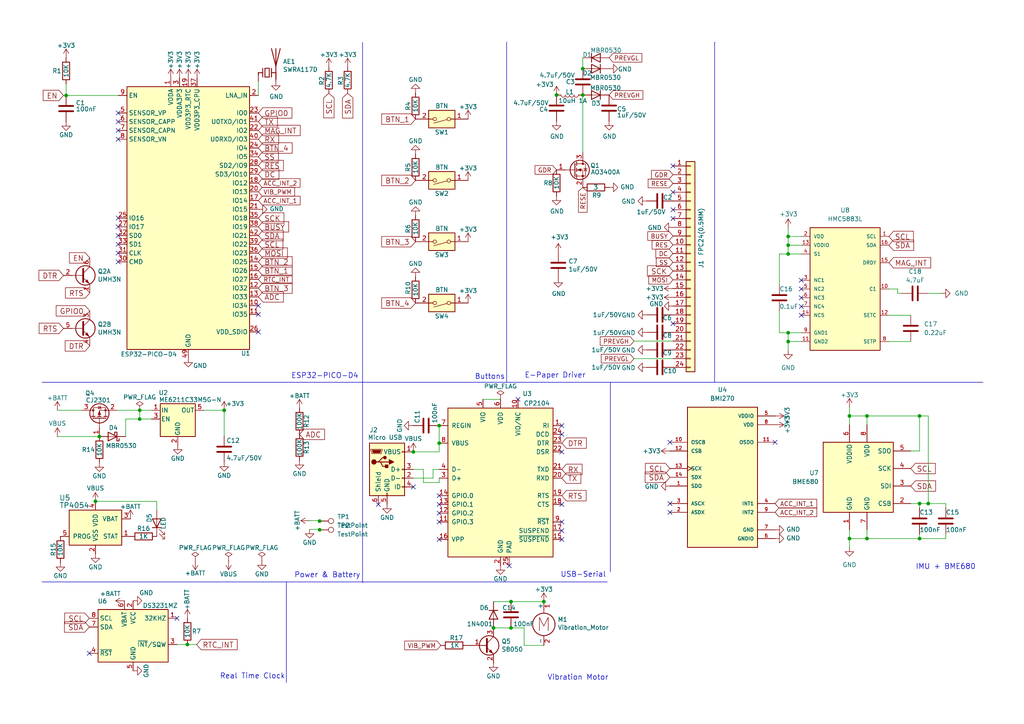
<source format=kicad_sch>
(kicad_sch (version 20220103) (generator eeschema)
  (paper "A4")
  (title_block (title "Watchy") (rev "1.5"))
  (junction (at 148.209 182.118))
  (junction (at 92.71 153.67))
  (junction (at 40.513 118.999))
  (junction (at 169.037 19.939))
  (junction (at 228.6 71.12))
  (junction (at 27.686 145.415))
  (junction (at 119.888 131.064))
  (junction (at 19.177 27.686))
  (junction (at 269.24 146.05))
  (junction (at 143.129 182.118))
  (junction (at 157.734 174.498))
  (junction (at 40.513 121.539))
  (junction (at 228.6 99.06))
  (junction (at 127.381 123.444))
  (junction (at 161.417 27.559))
  (junction (at 246.38 156.21))
  (junction (at 251.46 120.65))
  (junction (at 54.356 186.944))
  (junction (at 266.7 156.21))
  (junction (at 65.024 118.999))
  (junction (at 127.381 128.524))
  (junction (at 251.46 156.21))
  (junction (at 266.7 146.05))
  (junction (at 92.71 151.13))
  (junction (at 148.209 174.498))
  (junction (at 228.6 96.52))
  (junction (at 228.6 73.66))
  (junction (at 266.7 120.65))
  (junction (at 169.037 27.559))
  (junction (at 228.6 68.58))
  (junction (at 246.38 120.65))
  (junction (at 28.829 126.619))
  (no_connect (at 162.941 131.064))
  (no_connect (at 109.728 146.304))
  (no_connect (at 162.941 125.984))
  (no_connect (at 127.381 151.384))
  (no_connect (at 195.199 63.373))
  (no_connect (at 74.93 91.186))
  (no_connect (at 34.29 37.846))
  (no_connect (at 25.908 189.484))
  (no_connect (at 195.199 55.753))
  (no_connect (at 162.941 146.304))
  (no_connect (at 150.241 115.824))
  (no_connect (at 162.941 151.384))
  (no_connect (at 34.29 75.946))
  (no_connect (at 127.381 146.304))
  (no_connect (at 127.381 156.464))
  (no_connect (at 162.941 153.924))
  (no_connect (at 34.29 63.246))
  (no_connect (at 147.701 164.084))
  (no_connect (at 51.308 179.324))
  (no_connect (at 74.93 96.266))
  (no_connect (at 34.29 40.386))
  (no_connect (at 34.29 35.306))
  (no_connect (at 127.381 143.764))
  (no_connect (at 34.29 32.766))
  (no_connect (at 34.29 73.406))
  (no_connect (at 127.381 148.844))
  (no_connect (at 34.29 68.326))
  (no_connect (at 162.941 156.464))
  (no_connect (at 74.93 88.646))
  (no_connect (at 195.199 60.833))
  (no_connect (at 224.79 128.27))
  (no_connect (at 194.31 128.27))
  (no_connect (at 194.31 146.05))
  (no_connect (at 194.31 148.59))
  (no_connect (at 195.199 93.853))
  (no_connect (at 195.199 48.133))
  (no_connect (at 119.888 141.224))
  (no_connect (at 34.29 65.786))
  (no_connect (at 34.29 70.866))
  (no_connect (at 232.41 81.28))
  (no_connect (at 232.41 83.82))
  (no_connect (at 232.41 86.36))
  (no_connect (at 232.41 88.9))
  (no_connect (at 232.41 91.44))
  (no_connect (at 162.941 123.444))
  (wire (pts (xy 266.7 146.05) (xy 266.7 147.32)))
  (wire (pts (xy 40.513 118.999) (xy 43.942 118.999)))
  (wire (pts (xy 74.93 27.686) (xy 74.93 23.622)))
  (wire (pts (xy 251.46 153.67) (xy 251.46 156.21)))
  (wire (pts (xy 251.46 156.21) (xy 246.38 156.21)))
  (wire (pts (xy 251.46 120.65) (xy 246.38 120.65)))
  (wire (pts (xy 251.46 123.19) (xy 251.46 120.65)))
  (wire (pts (xy 228.6 71.12) (xy 228.6 68.58)))
  (wire (pts (xy 232.41 71.12) (xy 228.6 71.12)))
  (wire (pts (xy 122.809 139.954) (xy 127.381 139.954)))
  (wire (pts (xy 228.6 99.06) (xy 228.6 101.6)))
  (wire (pts (xy 232.41 99.06) (xy 228.6 99.06)))
  (wire (pts (xy 40.513 118.999) (xy 40.513 121.539)))
  (wire (pts (xy 269.24 85.09) (xy 273.05 85.09)))
  (wire (pts (xy 127.381 131.064) (xy 119.888 131.064)))
  (wire (pts (xy 228.6 73.66) (xy 228.6 71.12)))
  (wire (pts (xy 232.41 73.66) (xy 228.6 73.66)))
  (wire (pts (xy 33.909 118.999) (xy 40.513 118.999)))
  (wire (pts (xy 51.308 186.944) (xy 54.356 186.944)))
  (wire (pts (xy 65.024 118.999) (xy 65.024 126.492)))
  (wire (pts (xy 36.449 121.539) (xy 40.513 121.539)))
  (wire (pts (xy 266.7 154.94) (xy 266.7 156.21)))
  (wire (pts (xy 266.7 156.21) (xy 251.46 156.21)))
  (wire (pts (xy 59.182 118.999) (xy 65.024 118.999)))
  (wire (pts (xy 228.6 66.04) (xy 228.6 68.58)))
  (wire (pts (xy 228.6 68.58) (xy 232.41 68.58)))
  (wire (pts (xy 148.209 182.118) (xy 143.129 182.118)))
  (wire (pts (xy 27.686 145.415) (xy 45.466 145.415)))
  (wire (pts (xy 119.888 138.684) (xy 125.603 138.684)))
  (wire (pts (xy 119.888 136.144) (xy 122.809 136.144)))
  (wire (pts (xy 228.6 96.52) (xy 228.6 99.06)))
  (wire (pts (xy 232.41 96.52) (xy 228.6 96.52)))
  (wire (pts (xy 16.637 118.999) (xy 23.749 118.999)))
  (wire (pts (xy 257.81 91.44) (xy 264.16 91.44)))
  (wire (pts (xy 140.081 115.824) (xy 145.161 115.824)))
  (wire (pts (xy 257.81 99.06) (xy 264.16 99.06)))
  (wire (pts (xy 36.449 126.619) (xy 36.449 121.539)))
  (wire (pts (xy 246.38 153.67) (xy 246.38 156.21)))
  (wire (pts (xy 246.38 156.21) (xy 246.38 158.75)))
  (wire (pts (xy 148.209 174.498) (xy 157.734 174.498)))
  (wire (pts (xy 266.7 156.21) (xy 274.32 156.21)))
  (wire (pts (xy 274.32 154.94) (xy 274.32 156.21)))
  (wire (pts (xy 169.037 27.559) (xy 169.037 44.196)))
  (wire (pts (xy 148.209 182.118) (xy 152.019 182.118)))
  (polyline (pts (xy 207.264 12.319) (xy 207.391 12.319)))
  (polyline (pts (xy 207.264 110.871) (xy 207.264 12.319)))
  (wire (pts (xy 19.177 24.384) (xy 19.177 27.686)))
  (wire (pts (xy 19.177 27.686) (xy 34.29 27.686)))
  (wire (pts (xy 246.38 118.11) (xy 246.38 120.65)))
  (wire (pts (xy 246.38 120.65) (xy 246.38 123.19)))
  (wire (pts (xy 143.129 174.498) (xy 148.209 174.498)))
  (wire (pts (xy 226.06 90.17) (xy 226.06 96.52)))
  (wire (pts (xy 226.06 96.52) (xy 228.6 96.52)))
  (wire (pts (xy 40.513 121.539) (xy 43.942 121.539)))
  (wire (pts (xy 18.415 27.686) (xy 19.177 27.686)))
  (wire (pts (xy 127.381 123.444) (xy 127.381 128.524)))
  (polyline (pts (xy 177.038 165.862) (xy 177.038 110.871)))
  (wire (pts (xy 264.16 146.05) (xy 266.7 146.05)))
  (wire (pts (xy 266.7 146.05) (xy 269.24 146.05)))
  (wire (pts (xy 269.24 120.65) (xy 266.7 120.65)))
  (wire (pts (xy 269.24 146.05) (xy 269.24 120.65)))
  (wire (pts (xy 269.24 146.05) (xy 274.32 146.05)))
  (wire (pts (xy 274.32 147.32) (xy 274.32 146.05)))
  (wire (pts (xy 28.829 126.619) (xy 16.637 126.619)))
  (wire (pts (xy 45.466 145.415) (xy 45.466 147.955)))
  (wire (pts (xy 89.789 153.543) (xy 92.71 153.543)))
  (wire (pts (xy 92.71 153.543) (xy 92.71 153.67)))
  (wire (pts (xy 152.019 182.118) (xy 152.019 187.198)))
  (wire (pts (xy 125.603 138.684) (xy 125.603 136.144)))
  (wire (pts (xy 169.037 19.939) (xy 169.037 16.764)))
  (wire (pts (xy 257.81 83.82) (xy 260.35 83.82)))
  (wire (pts (xy 260.35 85.09) (xy 260.35 83.82)))
  (wire (pts (xy 261.62 85.09) (xy 260.35 85.09)))
  (polyline (pts (xy 83.058 168.783) (xy 83.058 197.993)))
  (wire (pts (xy 125.603 136.144) (xy 127.381 136.144)))
  (wire (pts (xy 152.019 187.198) (xy 157.734 187.198)))
  (wire (pts (xy 89.789 151.003) (xy 92.71 151.003)))
  (wire (pts (xy 92.71 151.003) (xy 92.71 151.13)))
  (polyline (pts (xy 105.156 12.319) (xy 105.156 169.037)))
  (polyline (pts (xy 146.939 12.192) (xy 146.939 110.871)))
  (wire (pts (xy 226.06 73.66) (xy 228.6 73.66)))
  (wire (pts (xy 226.06 82.55) (xy 226.06 73.66)))
  (wire (pts (xy 54.356 186.944) (xy 57.023 186.944)))
  (wire (pts (xy 195.199 104.013) (xy 183.896 104.013)))
  (polyline (pts (xy 12.192 110.871) (xy 285.115 110.871)))
  (wire (pts (xy 195.199 98.933) (xy 183.896 98.933)))
  (polyline (pts (xy 12.192 168.783) (xy 176.149 168.783)))
  (wire (pts (xy 264.16 130.81) (xy 266.7 130.81)))
  (wire (pts (xy 266.7 120.65) (xy 251.46 120.65)))
  (wire (pts (xy 266.7 130.81) (xy 266.7 120.65)))
  (wire (pts (xy 127.381 128.524) (xy 127.381 131.064)))
  (wire (pts (xy 127.381 139.954) (xy 127.381 138.684)))
  (wire (pts (xy 122.809 136.144) (xy 122.809 139.954)))
  (text "Buttons" (at 137.668 110.236 0) (effects (font (size 1.524 1.524)) (justify left bottom)))
  (text "Vibration Motor" (at 158.75 197.485 0) (effects (font (size 1.524 1.524)) (justify left bottom)))
  (text "ESP32-PICO-D4" (at 84.455 109.982 0) (effects (font (size 1.524 1.524)) (justify left bottom)))
  (text "IMU + BME680" (at 265.557 165.354 0) (effects (font (size 1.524 1.524)) (justify left bottom)))
  (text "USB-Serial" (at 162.56 167.64 0) (effects (font (size 1.524 1.524)) (justify left bottom)))
  (text "Power & Battery" (at 85.344 167.767 0) (effects (font (size 1.524 1.524)) (justify left bottom)))
  (text "Real Time Clock" (at 63.754 197.104 0) (effects (font (size 1.524 1.524)) (justify left bottom)))
  (text "E-Paper Driver" (at 152.146 109.855 0) (effects (font (size 1.524 1.524)) (justify left bottom)))
  (global_label "SDA" (shape input) (at 74.93 68.326 0) (effects (font (size 1.524 1.524))) (property "Intersheet References" "${INTERSHEET_REFS}" (effects hide)))
  (global_label "BTN_1" (shape input) (at 120.523 34.544 180) (effects (font (size 1.524 1.524))) (property "Intersheet References" "${INTERSHEET_REFS}" (effects hide)))
  (global_label "GDR" (shape input) (at 161.417 49.276 180) (property "Intersheet References" "${INTERSHEET_REFS}" (effects hide)))
  (global_label "GPIO0" (shape input) (at 74.93 32.766 0) (effects (font (size 1.524 1.524))) (property "Intersheet References" "${INTERSHEET_REFS}" (effects hide)))
  (global_label "RTS" (shape input) (at 18.415 95.25 180) (effects (font (size 1.524 1.524))) (property "Intersheet References" "${INTERSHEET_REFS}" (effects hide)))
  (global_label "BTN_4" (shape input) (at 120.523 87.884 180) (effects (font (size 1.524 1.524))) (property "Intersheet References" "${INTERSHEET_REFS}" (effects hide)))
  (global_label "SDA" (shape input) (at 25.908 181.864 180) (effects (font (size 1.524 1.524))) (property "Intersheet References" "${INTERSHEET_REFS}" (effects hide)))
  (global_label "ACC_INT_1" (shape input) (at 74.93 58.166 0) (property "Intersheet References" "${INTERSHEET_REFS}" (effects hide)))
  (global_label "ACC_INT_2" (shape input) (at 224.79 148.59 0) (property "Intersheet References" "${INTERSHEET_REFS}" (effects hide)))
  (global_label "MAG_INT" (shape input) (at 257.81 76.2 0) (effects (font (size 1.524 1.524))) (property "Intersheet References" "${INTERSHEET_REFS}" (effects hide)))
  (global_label "SS" (shape input) (at 195.199 76.073 180) (property "Intersheet References" "${INTERSHEET_REFS}" (effects hide)))
  (global_label "SDA" (shape input) (at 100.838 27.051 270) (effects (font (size 1.524 1.524))) (property "Intersheet References" "${INTERSHEET_REFS}" (effects hide)))
  (global_label "MAG_INT" (shape input) (at 74.93 37.846 0) (effects (font (size 1.524 1.524))) (property "Intersheet References" "${INTERSHEET_REFS}" (effects hide)))
  (global_label "SDA" (shape input) (at 194.31 138.43 180) (effects (font (size 1.524 1.524))) (property "Intersheet References" "${INTERSHEET_REFS}" (effects hide)))
  (global_label "RESE" (shape input) (at 195.199 53.213 180) (property "Intersheet References" "${INTERSHEET_REFS}" (effects hide)))
  (global_label "VIB_PWM" (shape input) (at 127.889 187.198 180) (property "Intersheet References" "${INTERSHEET_REFS}" (effects hide)))
  (global_label "EN" (shape input) (at 26.035 74.803 180) (effects (font (size 1.524 1.524))) (property "Intersheet References" "${INTERSHEET_REFS}" (effects hide)))
  (global_label "BUSY" (shape input) (at 74.93 65.786 0) (effects (font (size 1.524 1.524))) (property "Intersheet References" "${INTERSHEET_REFS}" (effects hide)))
  (global_label "SCL" (shape input) (at 264.16 135.89 0) (effects (font (size 1.524 1.524))) (property "Intersheet References" "${INTERSHEET_REFS}" (effects hide)))
  (global_label "DC" (shape input) (at 74.93 50.546 0) (effects (font (size 1.524 1.524))) (property "Intersheet References" "${INTERSHEET_REFS}" (effects hide)))
  (global_label "ACC_INT_1" (shape input) (at 224.79 146.05 0) (property "Intersheet References" "${INTERSHEET_REFS}" (effects hide)))
  (global_label "BTN_3" (shape input) (at 120.523 70.104 180) (effects (font (size 1.524 1.524))) (property "Intersheet References" "${INTERSHEET_REFS}" (effects hide)))
  (global_label "ACC_INT_2" (shape input) (at 74.93 53.086 0) (property "Intersheet References" "${INTERSHEET_REFS}" (effects hide)))
  (global_label "DC" (shape input) (at 195.199 73.533 180) (property "Intersheet References" "${INTERSHEET_REFS}" (effects hide)))
  (global_label "TX" (shape input) (at 74.93 35.306 0) (effects (font (size 1.524 1.524))) (property "Intersheet References" "${INTERSHEET_REFS}" (effects hide)))
  (global_label "BUSY" (shape input) (at 195.199 68.453 180) (property "Intersheet References" "${INTERSHEET_REFS}" (effects hide)))
  (global_label "BTN_2" (shape input) (at 74.93 75.946 0) (effects (font (size 1.524 1.524))) (property "Intersheet References" "${INTERSHEET_REFS}" (effects hide)))
  (global_label "SDA" (shape input) (at 257.81 71.12 0) (effects (font (size 1.524 1.524))) (property "Intersheet References" "${INTERSHEET_REFS}" (effects hide)))
  (global_label "RTC_INT" (shape input) (at 57.023 186.944 0) (effects (font (size 1.524 1.524))) (property "Intersheet References" "${INTERSHEET_REFS}" (effects hide)))
  (global_label "SCK" (shape input) (at 195.199 78.613 180) (effects (font (size 1.524 1.524))) (property "Intersheet References" "${INTERSHEET_REFS}" (effects hide)))
  (global_label "SCL" (shape input) (at 74.93 70.866 0) (effects (font (size 1.524 1.524))) (property "Intersheet References" "${INTERSHEET_REFS}" (effects hide)))
  (global_label "SDA" (shape input) (at 264.16 140.97 0) (effects (font (size 1.524 1.524))) (property "Intersheet References" "${INTERSHEET_REFS}" (effects hide)))
  (global_label "EN" (shape input) (at 18.415 27.686 180) (effects (font (size 1.524 1.524))) (property "Intersheet References" "${INTERSHEET_REFS}" (effects hide)))
  (global_label "MOSI" (shape input) (at 195.199 81.153 180) (property "Intersheet References" "${INTERSHEET_REFS}" (effects hide)))
  (global_label "GDR" (shape input) (at 195.199 50.673 180) (property "Intersheet References" "${INTERSHEET_REFS}" (effects hide)))
  (global_label "MOSI" (shape input) (at 74.93 73.406 0) (effects (font (size 1.524 1.524))) (property "Intersheet References" "${INTERSHEET_REFS}" (effects hide)))
  (global_label "PREVGL" (shape input) (at 183.896 104.013 180) (property "Intersheet References" "${INTERSHEET_REFS}" (effects hide)))
  (global_label "SCL" (shape input) (at 25.908 179.324 180) (effects (font (size 1.524 1.524))) (property "Intersheet References" "${INTERSHEET_REFS}" (effects hide)))
  (global_label "BTN_1" (shape input) (at 74.93 78.486 0) (effects (font (size 1.524 1.524))) (property "Intersheet References" "${INTERSHEET_REFS}" (effects hide)))
  (global_label "RX" (shape input) (at 74.93 40.386 0) (effects (font (size 1.524 1.524))) (property "Intersheet References" "${INTERSHEET_REFS}" (effects hide)))
  (global_label "RTS" (shape input) (at 162.941 143.764 0) (effects (font (size 1.524 1.524))) (property "Intersheet References" "${INTERSHEET_REFS}" (effects hide)))
  (global_label "BTN_3" (shape input) (at 74.93 83.566 0) (effects (font (size 1.524 1.524))) (property "Intersheet References" "${INTERSHEET_REFS}" (effects hide)))
  (global_label "SS" (shape input) (at 74.93 45.466 0) (effects (font (size 1.524 1.524))) (property "Intersheet References" "${INTERSHEET_REFS}" (effects hide)))
  (global_label "GPIO0" (shape input) (at 26.035 90.17 180) (effects (font (size 1.524 1.524))) (property "Intersheet References" "${INTERSHEET_REFS}" (effects hide)))
  (global_label "BTN_4" (shape input) (at 74.93 42.926 0) (effects (font (size 1.524 1.524))) (property "Intersheet References" "${INTERSHEET_REFS}" (effects hide)))
  (global_label "ADC" (shape input) (at 86.868 125.984 0) (effects (font (size 1.524 1.524))) (property "Intersheet References" "${INTERSHEET_REFS}" (effects hide)))
  (global_label "DTR" (shape input) (at 162.941 128.524 0) (effects (font (size 1.524 1.524))) (property "Intersheet References" "${INTERSHEET_REFS}" (effects hide)))
  (global_label "ADC" (shape input) (at 74.93 86.106 0) (effects (font (size 1.524 1.524))) (property "Intersheet References" "${INTERSHEET_REFS}" (effects hide)))
  (global_label "SCL" (shape input) (at 194.31 135.89 180) (effects (font (size 1.524 1.524))) (property "Intersheet References" "${INTERSHEET_REFS}" (effects hide)))
  (global_label "PREVGH" (shape input) (at 176.657 27.559 0) (property "Intersheet References" "${INTERSHEET_REFS}" (effects hide)))
  (global_label "SCL" (shape input) (at 95.377 27.051 270) (effects (font (size 1.524 1.524))) (property "Intersheet References" "${INTERSHEET_REFS}" (effects hide)))
  (global_label "SCL" (shape input) (at 257.81 68.58 0) (effects (font (size 1.524 1.524))) (property "Intersheet References" "${INTERSHEET_REFS}" (effects hide)))
  (global_label "TX" (shape input) (at 162.941 138.684 0) (effects (font (size 1.524 1.524))) (property "Intersheet References" "${INTERSHEET_REFS}" (effects hide)))
  (global_label "VIB_PWM" (shape input) (at 74.93 55.626 0) (property "Intersheet References" "${INTERSHEET_REFS}" (effects hide)))
  (global_label "RTS" (shape input) (at 26.035 84.963 180) (effects (font (size 1.524 1.524))) (property "Intersheet References" "${INTERSHEET_REFS}" (effects hide)))
  (global_label "RES" (shape input) (at 195.199 70.993 180) (property "Intersheet References" "${INTERSHEET_REFS}" (effects hide)))
  (global_label "DTR" (shape input) (at 18.415 79.883 180) (effects (font (size 1.524 1.524))) (property "Intersheet References" "${INTERSHEET_REFS}" (effects hide)))
  (global_label "BTN_2" (shape input) (at 120.523 52.324 180) (effects (font (size 1.524 1.524))) (property "Intersheet References" "${INTERSHEET_REFS}" (effects hide)))
  (global_label "DTR" (shape input) (at 26.035 100.33 180) (effects (font (size 1.524 1.524))) (property "Intersheet References" "${INTERSHEET_REFS}" (effects hide)))
  (global_label "RX" (shape input) (at 162.941 136.144 0) (effects (font (size 1.524 1.524))) (property "Intersheet References" "${INTERSHEET_REFS}" (effects hide)))
  (global_label "RTC_INT" (shape input) (at 74.93 81.026 0) (property "Intersheet References" "${INTERSHEET_REFS}" (effects hide)))
  (global_label "RES" (shape input) (at 74.93 48.006 0) (effects (font (size 1.524 1.524))) (property "Intersheet References" "${INTERSHEET_REFS}" (effects hide)))
  (global_label "PREVGH" (shape input) (at 183.896 98.933 180) (property "Intersheet References" "${INTERSHEET_REFS}" (effects hide)))
  (global_label "SCK" (shape input) (at 74.93 63.246 0) (effects (font (size 1.524 1.524))) (property "Intersheet References" "${INTERSHEET_REFS}" (effects hide)))
  (global_label "RESE" (shape input) (at 169.037 54.356 270) (property "Intersheet References" "${INTERSHEET_REFS}" (effects hide)))
  (global_label "PREVGL" (shape input) (at 176.657 16.764 0) (property "Intersheet References" "${INTERSHEET_REFS}" (effects hide)))
  (symbol (lib_id "power:GND") (at 54.61 103.886 0) (unit 1)
    (property "Reference" "#PWR036" (effects hide))
    (property "Value" "GND" (at 58.039 106.045 0))
  )
  (symbol (lib_id "power:+3V3") (at 19.177 16.764 0) (unit 1)
    (property "Reference" "#PWR01" (effects hide))
    (property "Value" "+3V3" (at 19.177 13.208 0))
  )
  (symbol (lib_id "Device:R") (at 19.177 20.574 0) (unit 1)
    (property "Reference" "R1" (at 16.51 20.574 0))
    (property "Value" "10K" (at 19.177 20.574 90))
    (property "Footprint" "Resistors_SMD:R_0402" (effects hide))
  )
  (symbol (lib_id "Device:C") (at 19.177 31.496 0) (unit 1)
    (property "Reference" "C1" (at 21.971 29.845 0) (effects (justify left)))
    (property "Value" "100nF" (at 21.971 31.623 0) (effects (justify left)))
    (property "Footprint" "Capacitor_SMD:C_0603_1608Metric" (effects hide))
  )
  (symbol (lib_id "power:GND") (at 19.177 35.306 0) (unit 1)
    (property "Reference" "#PWR011" (effects hide))
    (property "Value" "GND" (at 19.177 39.116 0))
  )
  (symbol (lib_id "Device:R") (at 86.868 122.174 0) (unit 1)
    (property "Reference" "R12" (at 88.9 122.174 90))
    (property "Value" "100K" (at 86.868 122.174 90))
    (property "Footprint" "Resistors_SMD:R_0402" (effects hide))
  )
  (symbol (lib_id "Device:R") (at 86.868 129.794 0) (unit 1)
    (property "Reference" "R13" (at 88.9 129.794 90))
    (property "Value" "100K" (at 86.868 129.794 90))
    (property "Footprint" "Resistors_SMD:R_0402" (effects hide))
  )
  (symbol (lib_id "power:GND") (at 86.868 133.604 0) (unit 1)
    (property "Reference" "#PWR046" (effects hide))
    (property "Value" "GND" (at 86.868 137.414 0))
  )
  (symbol (lib_id "power:+BATT") (at 86.868 118.364 0) (unit 1)
    (property "Reference" "#PWR037" (effects hide))
    (property "Value" "+BATT" (at 86.868 114.808 0))
  )
  (symbol (lib_id "Regulator_Linear:TLV70033_SOT23-5") (at 51.562 121.539 0) (unit 1)
    (property "Reference" "U2" (at 47.371 113.919 0))
    (property "Value" "ME6211C33M5G-N" (at 46.101 115.951 0) (effects (justify left)))
    (property "Footprint" "TO_SOT_Packages_SMD:SOT-23-5" (effects hide))
  )
  (symbol (lib_id "power:+BATT") (at 16.637 118.999 0) (unit 1)
    (property "Reference" "#PWR038" (effects hide))
    (property "Value" "+BATT" (at 16.637 115.443 0))
  )
  (symbol (lib_id "Transistor_FET:BSS83P") (at 28.829 121.539 90) (unit 1)
    (property "Reference" "Q4" (at 27.432 114.046 90) (effects (justify left)))
    (property "Value" "CJ2301" (at 32.131 116.078 90) (effects (justify left)))
    (property "Footprint" "TO_SOT_Packages_SMD:SOT-23" (effects hide))
  )
  (symbol (lib_id "power:VBUS") (at 16.637 126.619 0) (unit 1)
    (property "Reference" "#PWR043" (effects hide))
    (property "Value" "VBUS" (at 16.637 122.809 0))
  )
  (symbol (lib_id "Device:R") (at 28.829 130.429 0) (unit 1)
    (property "Reference" "R14" (at 25.654 130.429 0))
    (property "Value" "10K" (at 28.829 130.429 90))
    (property "Footprint" "Resistors_SMD:R_0402" (effects hide))
  )
  (symbol (lib_id "power:GND") (at 28.829 134.239 0) (unit 1)
    (property "Reference" "#PWR048" (effects hide))
    (property "Value" "GND" (at 28.829 138.049 0))
  )
  (symbol (lib_id "Device:D_Schottky") (at 32.639 126.619 180) (unit 1)
    (property "Reference" "D4" (at 32.893 124.079 0))
    (property "Value" "MBR0530" (at 35.179 129.286 0))
    (property "Footprint" "Diodes_SMD:D_SOD-123" (effects hide))
  )
  (symbol (lib_id "Device:C") (at 65.024 130.302 0) (unit 1)
    (property "Reference" "C12" (at 65.659 127.762 0) (effects (justify left)))
    (property "Value" "4.7uF/50V" (at 65.659 132.842 0) (effects (justify left)))
    (property "Footprint" "Capacitors_SMD:C_0805" (effects hide))
  )
  (symbol (lib_id "power:GND") (at 51.562 129.159 0) (unit 1)
    (property "Reference" "#PWR044" (effects hide))
    (property "Value" "GND" (at 51.562 132.969 0))
  )
  (symbol (lib_id "power:+3V3") (at 65.024 118.999 0) (unit 1)
    (property "Reference" "#PWR039" (effects hide))
    (property "Value" "+3V3" (at 68.199 117.094 0))
  )
  (symbol (lib_id "power:GND") (at 65.024 134.112 0) (unit 1)
    (property "Reference" "#PWR047" (effects hide))
    (property "Value" "GND" (at 65.024 137.922 0))
  )
  (symbol (lib_id "Battery_Management:MCP73831-2-OT") (at 27.686 153.035 0) (unit 1)
    (property "Reference" "U5" (at 18.796 144.399 0) (effects (font (size 1.524 1.524))))
    (property "Value" "TP4054" (at 21.59 146.558 0) (effects (font (size 1.524 1.524))))
    (property "Footprint" "TO_SOT_Packages_SMD:SOT-23-5" (effects hide))
  )
  (symbol (lib_id "power:VBUS") (at 27.686 145.415 0) (unit 1)
    (property "Reference" "#PWR052" (effects hide))
    (property "Value" "VBUS" (at 27.686 141.605 0))
  )
  (symbol (lib_id "Device:R") (at 41.656 155.575 270) (unit 1)
    (property "Reference" "R16" (at 41.656 153.289 90))
    (property "Value" "1K" (at 41.656 155.575 90))
    (property "Footprint" "Resistors_SMD:R_0402" (effects hide))
  )
  (symbol (lib_id "Device:LED") (at 45.466 151.765 90) (unit 1)
    (property "Reference" "D5" (at 43.307 150.241 0))
    (property "Value" "LED" (at 47.371 151.765 0))
    (property "Footprint" "LEDs:LED_0603" (effects hide))
  )
  (symbol (lib_id "power:GND") (at 27.686 160.655 0) (unit 1)
    (property "Reference" "#PWR057" (effects hide))
    (property "Value" "GND" (at 27.686 164.465 0))
  )
  (symbol (lib_id "Device:R") (at 17.526 159.385 180) (unit 1)
    (property "Reference" "R15" (at 15.494 159.385 90))
    (property "Value" "10K" (at 17.526 159.385 90))
    (property "Footprint" "Resistors_SMD:R_0402" (effects hide))
  )
  (symbol (lib_id "power:GND") (at 17.526 163.195 0) (unit 1)
    (property "Reference" "#PWR055" (effects hide))
    (property "Value" "GND" (at 17.526 167.005 0))
  )
  (symbol (lib_id "power:+BATT") (at 37.846 150.495 0) (unit 1)
    (property "Reference" "#PWR053" (effects hide))
    (property "Value" "+BATT" (at 37.846 146.939 0))
  )
  (symbol (lib_id "power:+BATT") (at 89.789 151.003 90) (unit 1)
    (property "Reference" "#PWR054" (effects hide))
    (property "Value" "+BATT" (at 86.233 151.003 0))
  )
  (symbol (lib_id "power:GND") (at 89.789 153.543 0) (unit 1)
    (property "Reference" "#PWR056" (effects hide))
    (property "Value" "GND" (at 89.789 157.353 0))
  )
  (symbol (lib_id "Connector:USB_OTG") (at 112.268 136.144 0) (unit 1)
    (property "Reference" "J2" (at 107.188 124.714 0) (effects (justify left)))
    (property "Value" "Micro USB" (at 106.68 126.873 0) (effects (justify left)))
    (property "Footprint" "Watchy:USB_Micro-B" (effects hide))
  )
  (symbol (lib_id "power:VBUS") (at 119.888 131.064 0) (unit 1)
    (property "Reference" "#PWR045" (effects hide))
    (property "Value" "VBUS" (at 119.888 127.254 0))
  )
  (symbol (lib_id "power:GND") (at 112.268 146.304 0) (unit 1)
    (property "Reference" "#PWR050" (effects hide))
    (property "Value" "GND" (at 112.268 150.114 0))
  )
  (symbol (lib_id "Watchy-cache:Interface_USB_CP2104") (at 145.161 138.684 0) (unit 1)
    (property "Reference" "U3" (at 154.305 114.173 0) (effects (justify right)))
    (property "Value" "CP2104" (at 159.512 116.967 0) (effects (justify right)))
    (property "Footprint" "Package_DFN_QFN:QFN-24-1EP_4x4mm_P0.5mm_EP2.6x2.6mm" (effects hide))
  )
  (symbol (lib_id "Device:C") (at 123.571 123.444 90) (unit 1)
    (property "Reference" "C11" (at 121.031 122.809 0) (effects (justify left)))
    (property "Value" "100nF" (at 126.111 122.809 0) (effects (justify left)))
    (property "Footprint" "Capacitor_SMD:C_0603_1608Metric" (effects hide))
  )
  (symbol (lib_id "power:GND") (at 119.761 123.444 270) (unit 1)
    (property "Reference" "#PWR042" (effects hide))
    (property "Value" "GND" (at 115.951 123.444 0))
  )
  (symbol (lib_id "power:GND") (at 145.161 164.084 0) (unit 1)
    (property "Reference" "#PWR060" (effects hide))
    (property "Value" "GND" (at 145.161 167.894 0))
  )
  (symbol (lib_id "power:GND") (at 38.608 194.564 90) (unit 1)
    (property "Reference" "#PWR064" (effects hide))
    (property "Value" "GND" (at 42.418 194.564 0))
  )
  (symbol (lib_id "Switch:SW_DIP_x01") (at 128.143 34.544 180) (unit 1)
    (property "Reference" "SW1" (at 128.143 38.354 0))
    (property "Value" "BTN" (at 128.143 30.734 0))
    (property "Footprint" "Watchy:K2-1114SA-A4SW-06" (effects hide))
  )
  (symbol (lib_id "power:GND") (at 120.523 26.924 180) (unit 1)
    (property "Reference" "#PWR09" (effects hide))
    (property "Value" "GND" (at 120.523 23.114 0))
  )
  (symbol (lib_id "power:PWR_FLAG") (at 145.161 115.824 0) (unit 1)
    (property "Reference" "#FLG01" (effects hide))
    (property "Value" "PWR_FLAG" (at 145.161 112.014 0))
  )
  (symbol (lib_id "power:PWR_FLAG") (at 40.513 118.999 0) (unit 1)
    (property "Reference" "#FLG02" (effects hide))
    (property "Value" "PWR_FLAG" (at 40.513 115.189 0))
  )
  (symbol (lib_id "power:+BATT") (at 36.068 174.244 90) (unit 1)
    (property "Reference" "#PWR061" (effects hide))
    (property "Value" "+BATT" (at 32.004 172.212 90))
  )
  (symbol (lib_id "Device:R") (at 120.523 30.734 0) (unit 1)
    (property "Reference" "R4" (at 118.364 32.131 90) (effects (justify left)))
    (property "Value" "10K" (at 120.523 32.639 90) (effects (justify left)))
    (property "Footprint" "Resistors_SMD:R_0402" (effects hide))
  )
  (symbol (lib_id "power:+3V3") (at 135.763 34.544 0) (unit 1)
    (property "Reference" "#PWR010" (effects hide))
    (property "Value" "+3V3" (at 135.763 30.988 0))
  )
  (symbol (lib_id "Switch:SW_DIP_x01") (at 128.143 52.324 180) (unit 1)
    (property "Reference" "SW2" (at 128.143 56.134 0))
    (property "Value" "BTN" (at 128.143 48.514 0))
    (property "Footprint" "Watchy:K2-1114SA-A4SW-06" (effects hide))
  )
  (symbol (lib_id "power:GND") (at 120.523 44.704 180) (unit 1)
    (property "Reference" "#PWR015" (effects hide))
    (property "Value" "GND" (at 120.523 40.894 0))
  )
  (symbol (lib_id "Device:R") (at 120.523 48.514 0) (unit 1)
    (property "Reference" "R5" (at 118.364 49.911 90) (effects (justify left)))
    (property "Value" "10K" (at 120.523 50.419 90) (effects (justify left)))
    (property "Footprint" "Resistors_SMD:R_0402" (effects hide))
  )
  (symbol (lib_id "power:+3V3") (at 135.763 52.324 0) (unit 1)
    (property "Reference" "#PWR017" (effects hide))
    (property "Value" "+3V3" (at 135.763 48.768 0))
  )
  (symbol (lib_id "Switch:SW_DIP_x01") (at 128.143 70.104 180) (unit 1)
    (property "Reference" "SW3" (at 128.143 73.914 0))
    (property "Value" "BTN" (at 128.143 66.294 0))
    (property "Footprint" "Watchy:K2-1114SA-A4SW-06" (effects hide))
  )
  (symbol (lib_id "power:GND") (at 120.523 62.484 180) (unit 1)
    (property "Reference" "#PWR022" (effects hide))
    (property "Value" "GND" (at 120.523 58.674 0))
  )
  (symbol (lib_id "Device:R") (at 120.523 66.294 0) (unit 1)
    (property "Reference" "R6" (at 118.364 67.691 90) (effects (justify left)))
    (property "Value" "10K" (at 120.523 68.199 90) (effects (justify left)))
    (property "Footprint" "Resistors_SMD:R_0402" (effects hide))
  )
  (symbol (lib_id "power:+3V3") (at 135.763 70.104 0) (unit 1)
    (property "Reference" "#PWR027" (effects hide))
    (property "Value" "+3V3" (at 135.763 66.548 0))
  )
  (symbol (lib_id "Switch:SW_DIP_x01") (at 128.143 87.884 180) (unit 1)
    (property "Reference" "SW4" (at 128.143 91.694 0))
    (property "Value" "BTN" (at 128.143 84.074 0))
    (property "Footprint" "Watchy:K2-1114SA-A4SW-06" (effects hide))
  )
  (symbol (lib_id "power:GND") (at 120.523 80.264 180) (unit 1)
    (property "Reference" "#PWR033" (effects hide))
    (property "Value" "GND" (at 120.523 76.454 0))
  )
  (symbol (lib_id "Device:R") (at 120.523 84.074 0) (unit 1)
    (property "Reference" "R10" (at 118.364 85.471 90) (effects (justify left)))
    (property "Value" "10K" (at 120.523 85.979 90) (effects (justify left)))
    (property "Footprint" "Resistors_SMD:R_0402" (effects hide))
  )
  (symbol (lib_id "power:+3V3") (at 135.763 87.884 0) (unit 1)
    (property "Reference" "#PWR035" (effects hide))
    (property "Value" "+3V3" (at 135.763 84.328 0))
  )
  (symbol (lib_id "Device:R") (at 95.377 23.241 0) (unit 1)
    (property "Reference" "R2" (at 93.345 24.765 90) (effects (justify left)))
    (property "Value" "4.7K" (at 95.377 25.527 90) (effects (justify left)))
    (property "Footprint" "Resistors_SMD:R_0402" (effects hide))
  )
  (symbol (lib_id "power:+3V3") (at 95.377 19.431 0) (unit 1)
    (property "Reference" "#PWR02" (effects hide))
    (property "Value" "+3V3" (at 95.377 15.875 0))
  )
  (symbol (lib_id "Device:R") (at 100.838 23.241 0) (unit 1)
    (property "Reference" "R3" (at 98.806 24.765 90) (effects (justify left)))
    (property "Value" "4.7K" (at 100.838 25.527 90) (effects (justify left)))
    (property "Footprint" "Resistors_SMD:R_0402" (effects hide))
  )
  (symbol (lib_id "power:+3V3") (at 100.838 19.431 0) (unit 1)
    (property "Reference" "#PWR03" (effects hide))
    (property "Value" "+3V3" (at 100.838 15.875 0))
  )
  (symbol (lib_id "power:+3V3") (at 52.07 22.606 0) (unit 1)
    (property "Reference" "#PWR05" (effects hide))
    (property "Value" "+3V3" (at 52.07 17.399 90))
  )
  (symbol (lib_id "Device:Q_NPN_BEC") (at 140.589 187.198 0) (unit 1)
    (property "Reference" "Q5" (at 145.4404 186.0296 0) (effects (justify left)))
    (property "Value" "S8050" (at 145.4404 188.341 0) (effects (justify left)))
    (property "Footprint" "TO_SOT_Packages_SMD:SOT-23" (effects hide))
  )
  (symbol (lib_id "Device:R") (at 131.699 187.198 270) (unit 1)
    (property "Reference" "R17" (at 130.429 185.039 90) (effects (justify left)))
    (property "Value" "1K" (at 130.556 187.198 90) (effects (justify left)))
    (property "Footprint" "Resistors_SMD:R_0402" (effects hide))
  )
  (symbol (lib_id "power:GND") (at 143.129 192.278 0) (unit 1)
    (property "Reference" "#PWR063" (effects hide))
    (property "Value" "GND" (at 143.129 196.088 0))
  )
  (symbol (lib_id "Diode:1N4001") (at 143.129 178.308 270) (unit 1)
    (property "Reference" "D6" (at 139.065 176.276 90) (effects (justify left)))
    (property "Value" "1N4001" (at 135.382 180.975 90) (effects (justify left)))
    (property "Footprint" "Diodes_SMD:D_SOD-123F" (effects hide))
    (property "Datasheet" "http://www.vishay.com/docs/88503/1n4001.pdf" (effects hide))
  )
  (symbol (lib_id "Device:C") (at 148.209 178.308 0) (unit 1)
    (property "Reference" "C14" (at 145.669 176.276 0) (effects (justify left)))
    (property "Value" "100nF" (at 148.844 180.975 0) (effects (justify left)))
    (property "Footprint" "Capacitor_SMD:C_0603_1608Metric" (effects hide))
  )
  (symbol (lib_id "Motor:Motor_DC") (at 157.734 179.578 0) (unit 1)
    (property "Reference" "M1" (at 161.7472 179.6796 0) (effects (justify left)))
    (property "Value" "Vibration_Motor" (at 161.7472 181.991 0) (effects (justify left)))
    (property "Footprint" "Watchy:Motor_Header" (effects hide))
  )
  (symbol (lib_id "power:+3V3") (at 157.734 174.498 0) (unit 1)
    (property "Reference" "#PWR062" (effects hide))
    (property "Value" "+3V3" (at 157.734 170.942 0))
  )
  (symbol (lib_id "RF_Module:ESP32-PICO-D4") (at 54.61 63.246 0) (unit 1)
    (property "Reference" "U1" (at 71.247 102.489 0))
    (property "Value" "ESP32-PICO-D4" (at 43.18 102.743 0))
    (property "Footprint" "Housings_DFN_QFN:QFN-48-1EP_7x7mm_Pitch0.5mm" (effects hide))
    (property "Datasheet" "https://www.espressif.com/sites/default/files/documentation/esp32-pico-d4_datasheet_en.pdf" (effects hide))
  )
  (symbol (lib_id "power:+3V3") (at 49.53 22.606 0) (unit 1)
    (property "Reference" "#PWR04" (effects hide))
    (property "Value" "+3V3" (at 49.53 17.399 90))
  )
  (symbol (lib_id "power:+3V3") (at 54.61 22.606 0) (unit 1)
    (property "Reference" "#PWR06" (effects hide))
    (property "Value" "+3V3" (at 54.61 17.399 90))
  )
  (symbol (lib_id "power:+3V3") (at 57.15 22.606 0) (unit 1)
    (property "Reference" "#PWR07" (effects hide))
    (property "Value" "+3V3" (at 57.15 17.399 90))
  )
  (symbol (lib_id "Device:Antenna_Chip") (at 77.47 21.082 0) (unit 1)
    (property "Reference" "AE1" (at 82.042 17.8562 0) (effects (justify left)))
    (property "Value" "SWRA117D" (at 82.042 20.1676 0) (effects (justify left)))
    (property "Footprint" "Watchy:SWRA117D" (effects hide))
  )
  (symbol (lib_id "power:GND") (at 80.01 23.622 0) (unit 1)
    (property "Reference" "#PWR08" (effects hide))
    (property "Value" "GND" (at 80.137 28.0162 0))
  )
  (symbol (lib_id "power:+3V3") (at 224.79 120.65 270) (unit 1)
    (property "Reference" "#PWR040" (effects hide))
    (property "Value" "+3V3" (at 228.346 120.65 0))
  )
  (symbol (lib_id "power:GND") (at 74.93 60.706 90) (unit 1)
    (property "Reference" "#PWR020" (effects hide))
    (property "Value" "GND" (at 78.1812 60.579 90) (effects (justify right)))
  )
  (symbol (lib_id "power:GND") (at 194.31 140.97 270) (unit 1)
    (property "Reference" "#PWR051" (effects hide))
    (property "Value" "GND" (at 191.0588 141.097 90) (effects (justify right)))
  )
  (symbol (lib_id "power:+3V3") (at 224.79 123.19 270) (unit 1)
    (property "Reference" "#PWR041" (effects hide))
    (property "Value" "+3V3" (at 228.346 123.19 0))
  )
  (symbol (lib_id "power:GND") (at 224.79 153.67 90) (unit 1)
    (property "Reference" "#PWR058" (effects hide))
    (property "Value" "GND" (at 228.0412 153.543 90) (effects (justify right)))
  )
  (symbol (lib_id "power:GND") (at 224.79 156.21 90) (unit 1)
    (property "Reference" "#PWR059" (effects hide))
    (property "Value" "GND" (at 228.0412 156.083 90) (effects (justify right)))
  )
  (symbol (lib_id "Connector_Generic:Conn_01x24") (at 200.279 76.073 0) (unit 1)
    (property "Reference" "J1" (at 203.327 77.8002 90) (effects (justify left)))
    (property "Value" "FPC24(0.5MM)" (at 203.327 74.1426 90) (effects (justify left)))
    (property "Footprint" "Watchy:24_Pins_0.5mm_Pitch_ZIF_Connector_UP" (effects hide))
  )
  (symbol (lib_id "Device:C") (at 191.389 58.293 270) (unit 1)
    (property "Reference" "C2" (at 193.675 57.277 90))
    (property "Value" "1uF/50V" (at 188.849 61.468 90))
    (property "Footprint" "Capacitor_SMD:C_0603_1608Metric" (effects hide))
  )
  (symbol (lib_id "power:GND") (at 187.579 58.293 270) (unit 1)
    (property "Reference" "#PWR012" (effects hide))
    (property "Value" "GND" (at 184.3278 58.42 90) (effects (justify right)))
  )
  (symbol (lib_id "power:GND") (at 195.199 65.913 270) (unit 1)
    (property "Reference" "#PWR014" (effects hide))
    (property "Value" "GND" (at 191.9478 66.04 90) (effects (justify right)))
  )
  (symbol (lib_id "power:+3.3V") (at 195.199 83.693 90) (unit 1)
    (property "Reference" "#PWR021" (effects hide))
    (property "Value" "+3.3V" (at 192.532 83.693 90) (effects (justify left)))
  )
  (symbol (lib_id "power:+3.3V") (at 195.199 86.233 90) (unit 1)
    (property "Reference" "#PWR023" (effects hide))
    (property "Value" "+3.3V" (at 192.532 86.233 90) (effects (justify left)))
  )
  (symbol (lib_id "power:GND") (at 195.199 88.773 270) (unit 1)
    (property "Reference" "#PWR025" (effects hide))
    (property "Value" "GND" (at 192.405 88.138 90) (effects (justify right)))
  )
  (symbol (lib_id "Device:C") (at 191.389 91.313 270) (unit 1)
    (property "Reference" "C6" (at 193.548 92.202 90))
    (property "Value" "1uF/50V" (at 176.149 91.313 90))
    (property "Footprint" "Capacitor_SMD:C_0603_1608Metric" (effects hide))
  )
  (symbol (lib_id "Device:C") (at 191.389 96.393 270) (unit 1)
    (property "Reference" "C8" (at 193.548 97.282 90))
    (property "Value" "1uF/50V" (at 176.149 96.52 90))
    (property "Footprint" "Capacitor_SMD:C_0603_1608Metric" (effects hide))
  )
  (symbol (lib_id "Device:C") (at 191.389 101.473 270) (unit 1)
    (property "Reference" "C9" (at 193.548 102.362 90))
    (property "Value" "1uF/50V" (at 175.768 101.473 90))
    (property "Footprint" "Capacitor_SMD:C_0603_1608Metric" (effects hide))
  )
  (symbol (lib_id "Device:C") (at 191.389 106.553 270) (unit 1)
    (property "Reference" "C10" (at 194.31 107.569 90))
    (property "Value" "1uF/50V" (at 175.768 106.553 90))
    (property "Footprint" "Capacitor_SMD:C_0603_1608Metric" (effects hide))
  )
  (symbol (lib_id "power:GND") (at 187.579 91.313 270) (unit 1)
    (property "Reference" "#PWR026" (effects hide))
    (property "Value" "GND" (at 184.3278 91.44 90) (effects (justify right)))
  )
  (symbol (lib_id "power:GND") (at 187.579 96.393 270) (unit 1)
    (property "Reference" "#PWR029" (effects hide))
    (property "Value" "GND" (at 184.3278 96.52 90) (effects (justify right)))
  )
  (symbol (lib_id "power:GND") (at 187.579 101.473 270) (unit 1)
    (property "Reference" "#PWR032" (effects hide))
    (property "Value" "GND" (at 184.3278 101.6 90) (effects (justify right)))
  )
  (symbol (lib_id "power:GND") (at 187.579 106.553 270) (unit 1)
    (property "Reference" "#PWR034" (effects hide))
    (property "Value" "GND" (at 184.3278 106.68 90) (effects (justify right)))
  )
  (symbol (lib_id "power:+3.3V") (at 161.925 73.152 0) (unit 1)
    (property "Reference" "#PWR024" (effects hide))
    (property "Value" "+3.3V" (at 162.306 68.7578 0))
  )
  (symbol (lib_id "Device:C") (at 161.925 76.962 0) (unit 1)
    (property "Reference" "C7" (at 164.846 75.7936 0) (effects (justify left)))
    (property "Value" "1uF/50V" (at 164.846 78.105 0) (effects (justify left)))
    (property "Footprint" "Capacitor_SMD:C_0603_1608Metric" (effects hide))
  )
  (symbol (lib_id "power:GND") (at 161.925 80.772 0) (unit 1)
    (property "Reference" "#PWR028" (effects hide))
    (property "Value" "GND" (at 162.052 85.1662 0))
  )
  (symbol (lib_id "power:+3.3V") (at 161.417 27.559 0) (unit 1)
    (property "Reference" "#PWR016" (effects hide))
    (property "Value" "+3.3V" (at 157.988 24.511 0))
  )
  (symbol (lib_id "Device:C") (at 161.417 31.369 0) (unit 1)
    (property "Reference" "C4" (at 156.337 31.75 0) (effects (justify left)))
    (property "Value" "4.7uF/50V" (at 148.844 29.845 0) (effects (justify left)))
    (property "Footprint" "Capacitors_SMD:C_0805" (effects hide))
  )
  (symbol (lib_id "Device:L") (at 165.227 27.559 270) (unit 1)
    (property "Reference" "L1" (at 165.227 26.67 90))
    (property "Value" "10uH 1A" (at 166.116 29.21 90))
    (property "Footprint" "Inductors:Inductor_Taiyo-Yuden_NR-40xx" (effects hide))
  )
  (symbol (lib_id "power:GND") (at 161.417 35.179 0) (unit 1)
    (property "Reference" "#PWR018" (effects hide))
    (property "Value" "GND" (at 161.544 39.5732 0))
  )
  (symbol (lib_id "Device:C") (at 169.037 23.749 0) (unit 1)
    (property "Reference" "C3" (at 164.084 23.749 0) (effects (justify left)))
    (property "Value" "4.7uF/50V" (at 156.464 21.844 0) (effects (justify left)))
    (property "Footprint" "Capacitors_SMD:C_0805" (effects hide))
  )
  (symbol (lib_id "Device:D") (at 172.847 16.764 0) (unit 1)
    (property "Reference" "D1" (at 170.307 15.875 0))
    (property "Value" "MBR0530" (at 175.768 14.605 0))
    (property "Footprint" "Diodes_SMD:D_SOD-123" (effects hide))
  )
  (symbol (lib_id "Device:D") (at 172.847 19.939 180) (unit 1)
    (property "Reference" "D2" (at 170.307 21.209 0))
    (property "Value" "MBR0530" (at 175.641 22.479 0))
    (property "Footprint" "Diodes_SMD:D_SOD-123" (effects hide))
  )
  (symbol (lib_id "power:GND") (at 176.657 19.939 90) (unit 1)
    (property "Reference" "#PWR013" (effects hide))
    (property "Value" "GND" (at 179.197 20.066 90) (effects (justify right)))
  )
  (symbol (lib_id "Device:D") (at 172.847 27.559 180) (unit 1)
    (property "Reference" "D3" (at 172.847 29.972 0))
    (property "Value" "MBR0530" (at 175.641 25.527 0))
    (property "Footprint" "Diodes_SMD:D_SOD-123" (effects hide))
  )
  (symbol (lib_id "Device:C") (at 176.657 31.369 0) (unit 1)
    (property "Reference" "C5" (at 178.943 31.623 0) (effects (justify left)))
    (property "Value" "1uF/50V" (at 178.943 33.401 0) (effects (justify left)))
    (property "Footprint" "Capacitor_SMD:C_0603_1608Metric" (effects hide))
  )
  (symbol (lib_id "power:GND") (at 176.657 35.179 0) (unit 1)
    (property "Reference" "#PWR019" (effects hide))
    (property "Value" "GND" (at 176.784 39.5732 0))
  )
  (symbol (lib_id "Transistor_FET:DMN3042L") (at 166.497 49.276 0) (unit 1)
    (property "Reference" "Q1" (at 171.196 48.006 0) (effects (justify left)))
    (property "Value" "AO3400A" (at 171.323 49.911 0) (effects (justify left)))
    (property "Footprint" "TO_SOT_Packages_SMD:SOT-23" (effects hide))
    (property "Datasheet" "http://www.diodes.com/assets/Datasheets/DMN3042L.pdf" (effects hide))
  )
  (symbol (lib_id "Device:R") (at 161.417 53.086 0) (unit 1)
    (property "Reference" "R8" (at 157.607 53.086 0) (effects (justify left)))
    (property "Value" "10K" (at 161.417 54.991 90) (effects (justify left)))
    (property "Footprint" "Resistors_SMD:R_0402" (effects hide))
  )
  (symbol (lib_id "Device:R") (at 172.847 54.356 270) (unit 1)
    (property "Reference" "R9" (at 171.704 56.642 90) (effects (justify left)))
    (property "Value" "3" (at 172.085 54.356 90) (effects (justify left)))
    (property "Footprint" "Resistors_SMD:R_0402" (effects hide))
  )
  (symbol (lib_id "power:GND") (at 161.417 56.896 0) (unit 1)
    (property "Reference" "#PWR031" (effects hide))
    (property "Value" "GND" (at 161.544 61.2902 0))
  )
  (symbol (lib_id "power:GND") (at 176.657 54.356 90) (unit 1)
    (property "Reference" "#PWR030" (effects hide))
    (property "Value" "GND" (at 179.9082 54.229 90) (effects (justify right)))
  )
  (symbol (lib_id "Timer_RTC:DS3231MZ") (at 38.608 184.404 0) (unit 1)
    (property "Reference" "U6" (at 29.718 174.371 0))
    (property "Value" "DS3231MZ" (at 46.482 175.641 0))
    (property "Footprint" "Housings_SOIC:SOIC-8_3.9x4.9mm_Pitch1.27mm" (effects hide))
    (property "Datasheet" "http://datasheets.maximintegrated.com/en/ds/DS3231M.pdf" (effects hide))
  )
  (symbol (lib_id "power:GND") (at 38.608 174.244 90) (unit 1)
    (property "Reference" "#PWR0101" (effects hide))
    (property "Value" "GND" (at 42.418 171.958 90))
  )
  (symbol (lib_id "Device:R") (at 54.356 183.134 0) (unit 1)
    (property "Reference" "R7" (at 55.626 183.134 0) (effects (justify left)))
    (property "Value" "10K" (at 54.356 185.039 90) (effects (justify left)))
    (property "Footprint" "Resistors_SMD:R_0402" (effects hide))
  )
  (symbol (lib_id "power:+BATT") (at 54.356 179.324 0) (unit 1)
    (property "Reference" "#PWR0102" (effects hide))
    (property "Value" "+BATT" (at 54.229 173.863 90))
  )
  (symbol (lib_id "Device:Q_DUAL_NPN_NPN_E1B1C2E2B2C1") (at 23.495 79.883 0) (unit 1)
    (property "Reference" "Q2" (at 28.321 78.7146 0) (effects (justify left)))
    (property "Value" "UMH3N" (at 28.321 81.026 0) (effects (justify left)))
    (property "Footprint" "TO_SOT_Packages_SMD:SOT-363_SC-70-6" (effects hide))
  )
  (symbol (lib_id "Device:Q_DUAL_NPN_NPN_E1B1C2E2B2C1") (at 23.495 95.25 0) (unit 2)
    (property "Reference" "Q2" (at 28.321 94.0816 0) (effects (justify left)))
    (property "Value" "UMH3N" (at 28.321 96.393 0) (effects (justify left)))
    (property "Footprint" "TO_SOT_Packages_SMD:SOT-363_SC-70-6" (effects hide))
  )
  (symbol (lib_id "power:VBUS") (at 66.294 162.687 180) (unit 1)
    (property "Reference" "#PWR0103" (effects hide))
    (property "Value" "VBUS" (at 66.294 166.497 0))
  )
  (symbol (lib_id "power:GND") (at 75.946 162.687 0) (unit 1)
    (property "Reference" "#PWR0104" (effects hide))
    (property "Value" "GND" (at 75.946 166.497 0))
  )
  (symbol (lib_id "power:PWR_FLAG") (at 66.294 162.687 0) (unit 1)
    (property "Reference" "#FLG0101" (effects hide))
    (property "Value" "PWR_FLAG" (at 66.294 158.877 0))
  )
  (symbol (lib_id "power:PWR_FLAG") (at 75.946 162.687 0) (unit 1)
    (property "Reference" "#FLG0102" (effects hide))
    (property "Value" "PWR_FLAG" (at 75.946 158.877 0))
  )
  (symbol (lib_id "power:+BATT") (at 56.642 162.687 180) (unit 1)
    (property "Reference" "#PWR0105" (effects hide))
    (property "Value" "+BATT" (at 56.642 166.243 0))
  )
  (symbol (lib_id "power:PWR_FLAG") (at 56.642 162.687 0) (unit 1)
    (property "Reference" "#FLG0103" (effects hide))
    (property "Value" "PWR_FLAG" (at 56.642 158.877 0))
  )
  (symbol (lib_id "Device:C") (at 274.32 151.13 0) (unit 1)
    (property "Reference" "C15" (at 274.32 148.5899 0) (effects (justify left)))
    (property "Value" "100nF" (at 274.32 153.6699 0) (effects (justify left)))
    (property "Footprint" "Capacitor_SMD:C_0603_1608Metric" (effects hide))
  )
  (symbol (lib_id "Device:C") (at 266.7 151.13 0) (unit 1)
    (property "Reference" "C13" (at 266.7 148.5899 0) (effects (justify left)))
    (property "Value" "100nF" (at 266.7 153.6699 0) (effects (justify left)))
    (property "Footprint" "Capacitor_SMD:C_0603_1608Metric" (effects hide))
  )
  (symbol (lib_id "power:+3.3V") (at 194.31 130.81 90) (unit 1)
    (property "Reference" "#PWR0109" (effects hide))
    (property "Value" "+3.3V" (at 191.643 130.81 90) (effects (justify left)))
  )
  (symbol (lib_id "HMC5883L:HMC5883L") (at 245.11 83.82 0) (unit 1)
    (property "Reference" "U8" (at 245.11 60.96 0))
    (property "Value" "HMC5883L" (at 245.11 63.5 0))
    (property "Footprint" "HMC5883L:HMC5883L" (effects hide))
  )
  (symbol (lib_id "Device:C") (at 265.43 85.09 90) (unit 1)
    (property "Reference" "C18" (at 265.43 78.74 90))
    (property "Value" "4.7uF" (at 265.43 81.28 90))
    (property "Footprint" "Capacitor_SMD:C_0603_1608Metric" (effects hide))
  )
  (symbol (lib_id "Device:C") (at 226.06 86.36 0) (unit 1)
    (property "Reference" "C16" (at 226.06 83.8199 0) (effects (justify left)))
    (property "Value" "0.1uF" (at 226.06 88.8999 0) (effects (justify left)))
    (property "Footprint" "Capacitor_SMD:C_0603_1608Metric" (effects hide))
  )
  (symbol (lib_id "Connector:TestPoint") (at 92.71 151.13 270) (unit 1)
    (property "Reference" "TP1" (at 97.79 149.8599 90) (effects (justify left)))
    (property "Value" "TestPoint" (at 97.79 152.3999 90) (effects (justify left)))
    (property "Footprint" "TestPoint:TestPoint_Pad_2.0x2.0mm" (effects hide))
  )
  (symbol (lib_id "Device:C") (at 264.16 95.25 0) (unit 1)
    (property "Reference" "C17" (at 267.97 93.9799 0) (effects (justify left)))
    (property "Value" "0.22uF" (at 267.97 96.5199 0) (effects (justify left)))
    (property "Footprint" "Capacitor_SMD:C_0603_1608Metric" (effects hide))
  )
  (symbol (lib_id "Connector:TestPoint") (at 92.71 153.67 270) (unit 1)
    (property "Reference" "TP2" (at 97.79 152.3999 90) (effects (justify left)))
    (property "Value" "TestPoint" (at 97.79 154.9399 90) (effects (justify left)))
    (property "Footprint" "TestPoint:TestPoint_Pad_2.0x2.0mm" (effects hide))
  )
  (symbol (lib_id "power:+3V3") (at 246.38 118.11 0) (unit 1)
    (property "Reference" "#PWR0107" (effects hide))
    (property "Value" "+3V3" (at 246.38 114.554 0))
  )
  (symbol (lib_id "Sensor:BME680") (at 248.92 138.43 0) (unit 1)
    (property "Reference" "U7" (at 237.49 137.1599 0) (effects (justify right)))
    (property "Value" "BME680" (at 237.49 139.6999 0) (effects (justify right)))
    (property "Footprint" "Package_LGA:Bosch_LGA-8_3x3mm_P0.8mm_ClockwisePinNumbering" (effects hide))
    (property "Datasheet" "https://ae-bst.resource.bosch.com/media/_tech/media/datasheets/BST-BME680-DS001.pdf" (effects hide))
  )
  (symbol (lib_id "power:GND") (at 246.38 158.75 0) (unit 1)
    (property "Reference" "#PWR0106" (effects hide))
    (property "Value" "GND" (at 246.38 163.83 0))
  )
  (symbol (lib_id "power:GND") (at 228.6 101.6 0) (unit 1)
    (property "Reference" "#PWR0111" (effects hide))
    (property "Value" "GND" (at 228.6 106.68 0))
  )
  (symbol (lib_id "BMI270:BMI270") (at 209.55 138.43 0) (unit 1)
    (property "Reference" "U4" (at 209.55 113.03 0))
    (property "Value" "BMI270" (at 209.55 115.57 0))
    (property "Footprint" "XDCR_BMI270" (effects hide))
    (property "PATREV" "1.0" (effects hide))
    (property "MAXIMUM_PACKAGE_HEIGHT" "0.87mm" (effects hide))
    (property "STANDARD" "Manufacturer Recommendations" (effects hide))
    (property "MANUFACTURER" "Bosch Sensortec" (effects hide))
  )
  (symbol (lib_id "power:+3.3V") (at 228.6 66.04 0) (unit 1)
    (property "Reference" "#PWR0110" (effects hide))
    (property "Value" "+3.3V" (at 226.06 62.103 0) (effects (justify left)))
  )
  (symbol (lib_id "power:GND") (at 273.05 85.09 90) (unit 1)
    (property "Reference" "#PWR0108" (effects hide))
    (property "Value" "GND" (at 276.86 85.0899 90) (effects (justify right)))
  )
)
</source>
